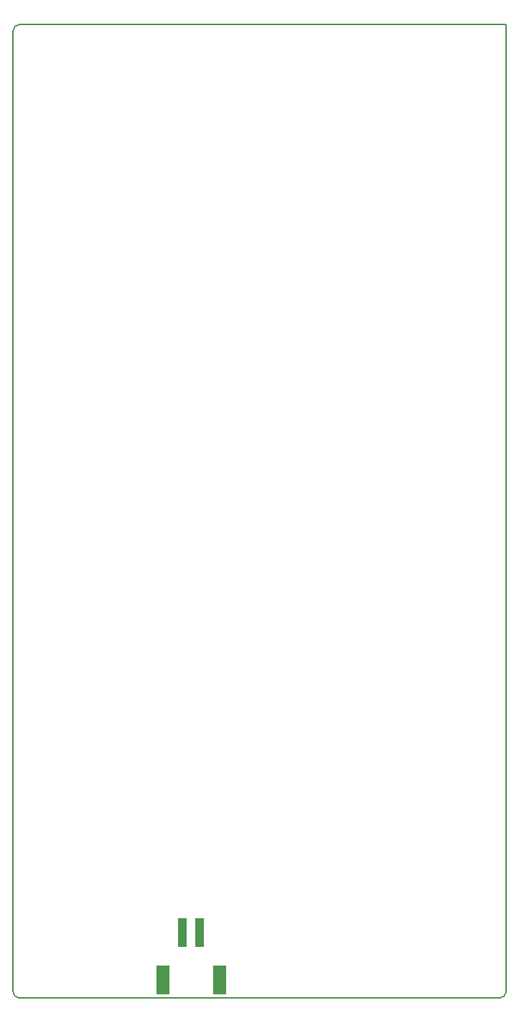
<source format=gbr>
%TF.GenerationSoftware,KiCad,Pcbnew,(5.0.2)-1*%
%TF.CreationDate,2019-03-22T12:12:08-04:00*%
%TF.ProjectId,Door_Lock,446f6f72-5f4c-46f6-936b-2e6b69636164,rev?*%
%TF.SameCoordinates,Original*%
%TF.FileFunction,Paste,Bot*%
%TF.FilePolarity,Positive*%
%FSLAX46Y46*%
G04 Gerber Fmt 4.6, Leading zero omitted, Abs format (unit mm)*
G04 Created by KiCad (PCBNEW (5.0.2)-1) date 3/22/2019 12:12:08 PM*
%MOMM*%
%LPD*%
G01*
G04 APERTURE LIST*
%ADD10C,0.150000*%
%ADD11R,1.000000X3.500000*%
%ADD12R,1.500000X3.400000*%
G04 APERTURE END LIST*
D10*
X59436000Y-146050000D02*
G75*
G02X58674000Y-145288000I0J762000D01*
G01*
X116840000Y-145288000D02*
G75*
G02X116078000Y-146050000I-762000J0D01*
G01*
X58674000Y-32004000D02*
G75*
G02X59436000Y-31242000I762000J0D01*
G01*
X58674000Y-145288000D02*
X58674000Y-32004000D01*
X116078000Y-146050000D02*
X59436000Y-146050000D01*
X116840000Y-31242000D02*
X116840000Y-145288000D01*
X59436000Y-31242000D02*
X116840000Y-31242000D01*
D11*
X80677000Y-138291000D03*
X78677000Y-138291000D03*
D12*
X83027000Y-143891000D03*
X76327000Y-143891000D03*
M02*

</source>
